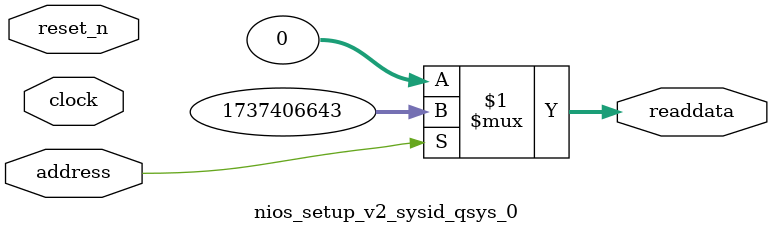
<source format=v>



// synthesis translate_off
`timescale 1ns / 1ps
// synthesis translate_on

// turn off superfluous verilog processor warnings 
// altera message_level Level1 
// altera message_off 10034 10035 10036 10037 10230 10240 10030 

module nios_setup_v2_sysid_qsys_0 (
               // inputs:
                address,
                clock,
                reset_n,

               // outputs:
                readdata
             )
;

  output  [ 31: 0] readdata;
  input            address;
  input            clock;
  input            reset_n;

  wire    [ 31: 0] readdata;
  //control_slave, which is an e_avalon_slave
  assign readdata = address ? 1737406643 : 0;

endmodule



</source>
